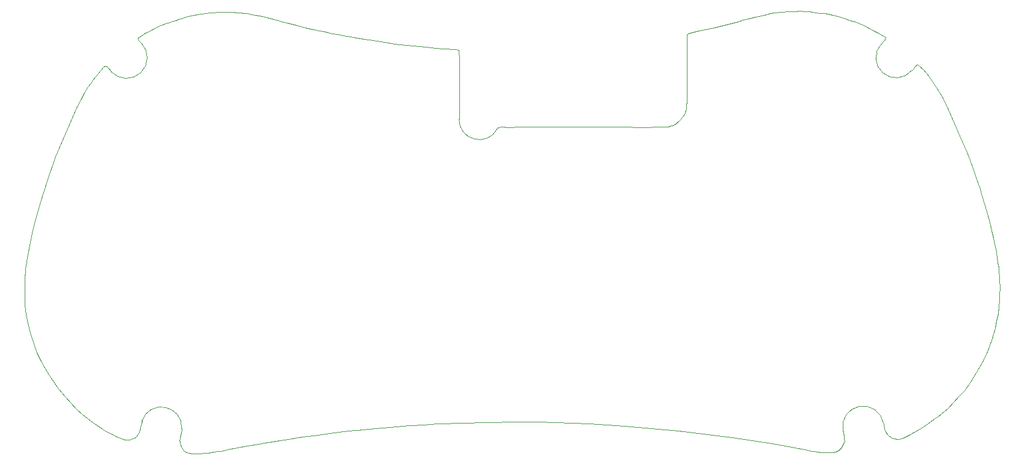
<source format=gbr>
%TF.GenerationSoftware,KiCad,Pcbnew,(6.0.0)*%
%TF.CreationDate,2022-04-27T05:59:19+02:00*%
%TF.ProjectId,Vectrex Pad miniNeoGeo-rounded,56656374-7265-4782-9050-6164206d696e,1.1*%
%TF.SameCoordinates,Original*%
%TF.FileFunction,Profile,NP*%
%FSLAX46Y46*%
G04 Gerber Fmt 4.6, Leading zero omitted, Abs format (unit mm)*
G04 Created by KiCad (PCBNEW (6.0.0)) date 2022-04-27 05:59:19*
%MOMM*%
%LPD*%
G01*
G04 APERTURE LIST*
%TA.AperFunction,Profile*%
%ADD10C,0.050000*%
%TD*%
G04 APERTURE END LIST*
D10*
X101328220Y-105288080D02*
X101257100Y-105577640D01*
X145950242Y-62675900D02*
X145948400Y-61262260D01*
X205354112Y-52068496D02*
X205526640Y-51854100D01*
X199931020Y-106558080D02*
X199991980Y-106885740D01*
X209633820Y-55834280D02*
X209788760Y-55620920D01*
X210276440Y-55059580D02*
X210317080Y-55031640D01*
X145948400Y-61262260D02*
X145958560Y-59326780D01*
X206004160Y-106855260D02*
X205933040Y-106733340D01*
X151996140Y-63814960D02*
X151731980Y-63817500D01*
X195689220Y-47614840D02*
X195219320Y-47561500D01*
X94155260Y-57569100D02*
X94462600Y-57150000D01*
X100566220Y-107403900D02*
X100401120Y-107551220D01*
X117302280Y-48023780D02*
X116702840Y-47917100D01*
X184350660Y-107589320D02*
X176784000Y-106641900D01*
X157175200Y-105379520D02*
X154251660Y-105379520D01*
X206806800Y-107602020D02*
X206728060Y-107563920D01*
X101193600Y-105849420D02*
X101140260Y-106126280D01*
X108701840Y-48008540D02*
X108120180Y-48140620D01*
X85991700Y-78359000D02*
X86408260Y-76702920D01*
X207243680Y-107741720D02*
X207139540Y-107716320D01*
X174421800Y-63797180D02*
X171632880Y-63822580D01*
X214721440Y-61315600D02*
X215582500Y-63266320D01*
X221490540Y-81424780D02*
X221627700Y-82240120D01*
X145925540Y-53032660D02*
X145923000Y-53004720D01*
X96062800Y-55227220D02*
X96100900Y-55211980D01*
X92105480Y-103538020D02*
X90500200Y-101790500D01*
X92783660Y-59799220D02*
X93035120Y-59319160D01*
X123263660Y-107579160D02*
X121968260Y-107777280D01*
X199049640Y-109489240D02*
X198904860Y-109545120D01*
X108605320Y-109855000D02*
X108430060Y-109844840D01*
X205933040Y-106733340D02*
X205887320Y-106652060D01*
X97017675Y-56016927D02*
G75*
G03*
X101277420Y-51998880I2151545J1986047D01*
G01*
X131351020Y-106547920D02*
X130340100Y-106652060D01*
X181797960Y-49806860D02*
X179656740Y-50271680D01*
X200126600Y-108193840D02*
X200098660Y-108267500D01*
X116105940Y-108745020D02*
X114706400Y-109006640D01*
X118922800Y-48379380D02*
X118272560Y-48224440D01*
X87619840Y-97706180D02*
X87058500Y-96621600D01*
X175917860Y-63576200D02*
X175729900Y-63647320D01*
X176519840Y-63258700D02*
X176415700Y-63329820D01*
X107002580Y-109095540D02*
X106898440Y-108872020D01*
X210075780Y-55239920D02*
X210215480Y-55100220D01*
X120716040Y-107985560D02*
X119250460Y-108209080D01*
X111968280Y-109534960D02*
X111506000Y-109603540D01*
X193934080Y-47467520D02*
X193784220Y-47467520D01*
X214617300Y-103449120D02*
X213311740Y-104559100D01*
X177960020Y-50797460D02*
X177960020Y-50810160D01*
X199951340Y-108574840D02*
X199849740Y-108772960D01*
X96337120Y-55234840D02*
X96365060Y-55250080D01*
X145930620Y-53167280D02*
X145925540Y-53032660D01*
X106939080Y-106408220D02*
X106941620Y-106354880D01*
X216209880Y-101780340D02*
X215513920Y-102539800D01*
X114706400Y-109006640D02*
X113372900Y-109253020D01*
X85280500Y-81795620D02*
X85564980Y-80474820D01*
X107444540Y-109540040D02*
X107236260Y-109418120D01*
X101272340Y-50934620D02*
X100949760Y-51127660D01*
X177962560Y-50787300D02*
X177960020Y-50797460D01*
X206143860Y-107073700D02*
X206098140Y-107010200D01*
X152956260Y-63820040D02*
X152613360Y-63820040D01*
X205770480Y-106296460D02*
X205729840Y-106088180D01*
X221274640Y-80322420D02*
X221490540Y-81424780D01*
X86136480Y-94361000D02*
X85689440Y-93037660D01*
X142687040Y-52661820D02*
X141274800Y-52544980D01*
X154111960Y-63817500D02*
X153781760Y-63817500D01*
X93035120Y-59319160D02*
X93273880Y-58925460D01*
X207843120Y-107777280D02*
X207777080Y-107784900D01*
X175016160Y-63776860D02*
X174812960Y-63787020D01*
X111005620Y-109667040D02*
X110665260Y-109710220D01*
X126702820Y-107091480D02*
X125534420Y-107279440D01*
X108747560Y-109857540D02*
X108605320Y-109855000D01*
X192471040Y-47515780D02*
X191952880Y-47543720D01*
X187645040Y-48290480D02*
X186646820Y-48534320D01*
X210431380Y-55006240D02*
X210454240Y-55011320D01*
X120462040Y-48768000D02*
X119893080Y-48618140D01*
X177965100Y-50779680D02*
X177962560Y-50787300D01*
X178054000Y-50698400D02*
X178031140Y-50713640D01*
X105648760Y-48900080D02*
X105252520Y-49049940D01*
X102656640Y-50124360D02*
X102359460Y-50274220D01*
X145915380Y-52976780D02*
X145907760Y-52959000D01*
X132364480Y-106436160D02*
X132148580Y-106476800D01*
X110665260Y-109710220D02*
X110332520Y-109748320D01*
X106674920Y-108115100D02*
X106657140Y-107944920D01*
X94462600Y-57150000D02*
X94757240Y-56746140D01*
X164421820Y-63789560D02*
X159049720Y-63804800D01*
X200144380Y-108074460D02*
X200144380Y-108112560D01*
X204937360Y-50548540D02*
X204426820Y-50274220D01*
X100804980Y-51455320D02*
X100820220Y-51508660D01*
X177601880Y-62059820D02*
X177477420Y-62263020D01*
X166723060Y-63792100D02*
X164421820Y-63789560D01*
X221830900Y-83538060D02*
X221863920Y-83995260D01*
X100873560Y-107007660D02*
X100728780Y-107200700D01*
X96301560Y-55222140D02*
X96337120Y-55234840D01*
X221543880Y-91089480D02*
X221300040Y-92166440D01*
X212234780Y-105351580D02*
X211241640Y-106022140D01*
X209260440Y-107182920D02*
X208513680Y-107548680D01*
X124551440Y-107391200D02*
X123954540Y-107457240D01*
X106657140Y-107944920D02*
X106672380Y-107746800D01*
X176784000Y-106641900D02*
X169169080Y-105943400D01*
X198041260Y-109659420D02*
X197322440Y-109651800D01*
X119593360Y-48549560D02*
X118922800Y-48379380D01*
X106753660Y-107325160D02*
X106812080Y-107137200D01*
X99656900Y-107856020D02*
X99509580Y-107873800D01*
X106812080Y-107137200D02*
X106857800Y-106921300D01*
X207322420Y-107756960D02*
X207243680Y-107741720D01*
X103969820Y-49496980D02*
X103398320Y-49753520D01*
X128940560Y-50777140D02*
X128130300Y-50612040D01*
X151389080Y-63947040D02*
X151366220Y-63987680D01*
X151638000Y-63822580D02*
X151546560Y-63827660D01*
X101010720Y-51719480D02*
X101117400Y-51818540D01*
X199514460Y-109197140D02*
X199405240Y-109286040D01*
X176415700Y-63329820D02*
X176242980Y-63428880D01*
X197322440Y-109651800D02*
X196905880Y-109628940D01*
X85338920Y-91798140D02*
X85059520Y-90307160D01*
X169169080Y-105943400D02*
X164259260Y-105628440D01*
X96365060Y-55250080D02*
X96390460Y-55270400D01*
X219506800Y-73530460D02*
X219811600Y-74615040D01*
X99509580Y-107873800D02*
X99369880Y-107886500D01*
X210403440Y-55003700D02*
X210431380Y-55006240D01*
X190243460Y-47731680D02*
X189760860Y-47807880D01*
X200098660Y-107431840D02*
X200118980Y-107614720D01*
X96390460Y-55270400D02*
X96423480Y-55305960D01*
X145813780Y-52915820D02*
X145752820Y-52910740D01*
X143649700Y-52745640D02*
X142687040Y-52661820D01*
X100822760Y-51236880D02*
X100810060Y-51264820D01*
X205354112Y-52068496D02*
G75*
G03*
X209633820Y-55834280I2069908J-1962384D01*
G01*
X113520220Y-47614840D02*
X113030000Y-47602140D01*
X86586060Y-95600520D02*
X86136480Y-94361000D01*
X194505580Y-47500540D02*
X194332860Y-47485300D01*
X207139540Y-107716320D02*
X207017620Y-107680760D01*
X205671420Y-105737660D02*
X205646020Y-105618280D01*
X106893360Y-106735880D02*
X106916220Y-106580940D01*
X113030000Y-47602140D02*
X112481360Y-47594520D01*
X176784000Y-63042800D02*
X176677320Y-63139320D01*
X221993460Y-86377780D02*
X221965520Y-87492840D01*
X107236260Y-109418120D02*
X107165140Y-109359700D01*
X217327480Y-67299840D02*
X217754200Y-68404740D01*
X100401120Y-107551220D02*
X100241100Y-107655360D01*
X122455940Y-49303940D02*
X121795540Y-49133760D01*
X92163900Y-61071760D02*
X92783660Y-59799220D01*
X190540640Y-47678340D02*
X190243460Y-47731680D01*
X145958560Y-59326780D02*
X145968720Y-56024780D01*
X205955900Y-51198780D02*
X205943200Y-51188620D01*
X87952580Y-71432420D02*
X89202260Y-67896740D01*
X164259260Y-105628440D02*
X157175200Y-105379520D01*
X84848700Y-86245700D02*
X84894420Y-84973160D01*
X217754200Y-68404740D02*
X218188540Y-69583300D01*
X106687620Y-107637580D02*
X106718100Y-107444540D01*
X100843080Y-51554380D02*
X100896420Y-51610260D01*
X205971140Y-51221640D02*
X205968600Y-51214020D01*
X205694280Y-105857040D02*
X205671420Y-105737660D01*
X109661960Y-47851060D02*
X109113320Y-47922180D01*
X100810060Y-51264820D02*
X100804980Y-51297840D01*
X196905880Y-109628940D02*
X196326760Y-109585760D01*
X101965760Y-50492660D02*
X101798120Y-50591720D01*
X152290780Y-63817500D02*
X151996140Y-63814960D01*
X87028020Y-74394060D02*
X87952580Y-71432420D01*
X116702840Y-47917100D02*
X116210080Y-47815500D01*
X207705960Y-107787440D02*
X207609440Y-107784900D01*
X107165140Y-109359700D02*
X107096560Y-109270800D01*
X177700940Y-61854080D02*
X177601880Y-62059820D01*
X189153800Y-47922180D02*
X188805820Y-47993300D01*
X151406860Y-63919100D02*
X151389080Y-63947040D01*
X209788760Y-55620920D02*
X210075780Y-55239920D01*
X108087160Y-109788960D02*
X107845860Y-109717840D01*
X178973480Y-50431700D02*
X178351180Y-50591720D01*
X101109780Y-106347260D02*
X101048820Y-106545380D01*
X177477420Y-62263020D02*
X177342800Y-62453520D01*
X106718100Y-107444540D02*
X106753660Y-107325160D01*
X198490840Y-48033940D02*
X197802500Y-47891700D01*
X110858300Y-47696120D02*
X110444280Y-47746920D01*
X131869180Y-106512360D02*
X131351020Y-106547920D01*
X138518900Y-52240180D02*
X137728960Y-52153820D01*
X200144380Y-108112560D02*
X200126600Y-108193840D01*
X93766640Y-58143140D02*
X94155260Y-57569100D01*
X123156980Y-49489360D02*
X122455940Y-49303940D01*
X205943200Y-51188620D02*
X205927960Y-51175920D01*
X220822520Y-78414880D02*
X221076520Y-79474060D01*
X177990500Y-50741580D02*
X177980340Y-50751740D01*
X221965520Y-87492840D02*
X221955360Y-88282780D01*
X94757240Y-56746140D02*
X94904560Y-56555640D01*
X145923000Y-53004720D02*
X145915380Y-52976780D01*
X112481360Y-47594520D02*
X111963200Y-47609760D01*
X121968260Y-107777280D02*
X120716040Y-107985560D01*
X186646820Y-48534320D02*
X185887360Y-48724820D01*
X133261100Y-51528980D02*
X132605780Y-51427380D01*
X205526640Y-51854100D02*
X205676500Y-51676300D01*
X205836520Y-106542840D02*
X205800960Y-106433620D01*
X87058500Y-96621600D02*
X86586060Y-95600520D01*
X178018440Y-50721260D02*
X178005740Y-50731420D01*
X177827940Y-61470540D02*
X177769520Y-61673740D01*
X189903100Y-108427520D02*
X184350660Y-107589320D01*
X93273880Y-58925460D02*
X93766640Y-58143140D01*
X177960020Y-50960020D02*
X177949860Y-60355480D01*
X100855780Y-51201320D02*
X100822760Y-51236880D01*
X211241640Y-106022140D02*
X210441540Y-106507280D01*
X100799900Y-51363880D02*
X100804980Y-51455320D01*
X97840800Y-107454700D02*
X97043240Y-107076240D01*
X126814580Y-50352960D02*
X126230380Y-50203100D01*
X206583280Y-107472480D02*
X206441040Y-107360720D01*
X89202260Y-67896740D02*
X92163900Y-61071760D01*
X221889320Y-89070180D02*
X221739460Y-90096340D01*
X208206340Y-107685840D02*
X208112360Y-107708700D01*
X117762020Y-48120300D02*
X117302280Y-48023780D01*
X107845860Y-109717840D02*
X107642660Y-109634020D01*
X213022180Y-58196480D02*
X213852760Y-59580780D01*
X191543940Y-47581820D02*
X191074040Y-47609760D01*
X207609440Y-107784900D02*
X207502760Y-107779820D01*
X85689440Y-93037660D02*
X85338920Y-91798140D01*
X199227440Y-109397800D02*
X199049640Y-109489240D01*
X100241100Y-107655360D02*
X100007420Y-107756960D01*
X177878740Y-61259720D02*
X177827940Y-61470540D01*
X177949860Y-60355480D02*
X177947320Y-60596780D01*
X207906620Y-107764580D02*
X207843120Y-107777280D01*
X200129140Y-107805220D02*
X200141840Y-108016040D01*
X110332520Y-109748320D02*
X109956600Y-109783880D01*
X145895060Y-52943760D02*
X145877280Y-52933600D01*
X90500200Y-101790500D02*
X89631520Y-100708460D01*
X101117400Y-51818540D02*
X101277420Y-51998880D01*
X195793360Y-109522260D02*
X195516500Y-109474000D01*
X206910940Y-107645200D02*
X206806800Y-107602020D01*
X127779780Y-106967020D02*
X126702820Y-107091480D01*
X103398320Y-49753520D02*
X102989380Y-49936400D01*
X176242980Y-63428880D02*
X176103280Y-63500000D01*
X106697780Y-108275120D02*
X106674920Y-108115100D01*
X126230380Y-50203100D02*
X125519180Y-50045620D01*
X179656740Y-50271680D02*
X178973480Y-50431700D01*
X106857800Y-106921300D02*
X106893360Y-106735880D01*
X140385800Y-52440840D02*
X139458700Y-52344320D01*
X215582500Y-63266320D02*
X216385140Y-65029080D01*
X206654400Y-107520740D02*
X206583280Y-107472480D01*
X130213100Y-50990500D02*
X129542540Y-50871120D01*
X100896420Y-51610260D02*
X101010720Y-51719480D01*
X221627700Y-82240120D02*
X221719140Y-82842100D01*
X106796840Y-108600240D02*
X106740960Y-108468160D01*
X145950243Y-62675900D02*
G75*
G03*
X151366220Y-63987680I2850577J-67180D01*
G01*
X145940780Y-53385720D02*
X145930620Y-53167280D01*
X123708160Y-49631600D02*
X123156980Y-49489360D01*
X135478520Y-51856640D02*
X134388860Y-51696620D01*
X151462740Y-63858140D02*
X151444960Y-63873380D01*
X212821520Y-104940100D02*
X212234780Y-105351580D01*
X175193960Y-63764160D02*
X175016160Y-63776860D01*
X178351180Y-50591720D02*
X178145440Y-50660300D01*
X107020360Y-48417480D02*
X106481880Y-48602900D01*
X109359700Y-109824520D02*
X109057440Y-109844840D01*
X84963000Y-83708240D02*
X84985860Y-83433920D01*
X177967640Y-50769520D02*
X177965100Y-50779680D01*
X198445120Y-109654340D02*
X198041260Y-109659420D01*
X210317080Y-55031640D02*
X210352640Y-55016400D01*
X221300040Y-92166440D02*
X220809820Y-93822520D01*
X188028580Y-48183800D02*
X187645040Y-48290480D01*
X152613360Y-63820040D02*
X152290780Y-63817500D01*
X205968600Y-51239420D02*
X205971140Y-51231800D01*
X207990440Y-107739180D02*
X207906620Y-107764580D01*
X97043240Y-107076240D02*
X96319340Y-106669840D01*
X205676500Y-51676300D02*
X205925420Y-51318160D01*
X153509980Y-63820040D02*
X153195020Y-63820040D01*
X132605780Y-51427380D02*
X131569460Y-51249580D01*
X210593940Y-55105300D02*
X211226400Y-55763160D01*
X100728780Y-107200700D02*
X100566220Y-107403900D01*
X220129100Y-75755500D02*
X220535500Y-77251560D01*
X205925420Y-51318160D02*
X205945740Y-51287680D01*
X137728960Y-52153820D02*
X136875520Y-52064920D01*
X200220580Y-48511460D02*
X199250300Y-48216820D01*
X207416400Y-107772200D02*
X207322420Y-107756960D01*
X210532980Y-55054500D02*
X210593940Y-55105300D01*
X111351060Y-47652940D02*
X110858300Y-47696120D01*
X86408260Y-76702920D02*
X87028020Y-74394060D01*
X145752820Y-52910740D02*
X145478500Y-52882800D01*
X218742260Y-71163180D02*
X219123260Y-72275700D01*
X95948500Y-55338980D02*
X96009460Y-55272940D01*
X205729840Y-106088180D02*
X205694280Y-105857040D01*
X205468220Y-50876200D02*
X204937360Y-50548540D01*
X145834100Y-52918360D02*
X145813780Y-52915820D01*
X146558000Y-105506520D02*
X142890240Y-105641140D01*
X96319340Y-106669840D02*
X96022160Y-106499660D01*
X153781760Y-63817500D02*
X153509980Y-63820040D01*
X138953240Y-105890060D02*
X132364480Y-106436160D01*
X221802960Y-83314540D02*
X221830900Y-83538060D01*
X189428120Y-47871380D02*
X189153800Y-47922180D01*
X100820220Y-51508660D02*
X100843080Y-51554380D01*
X199849740Y-108772960D02*
X199737980Y-108938060D01*
X193784220Y-47467520D02*
X193291460Y-47482760D01*
X140962380Y-105740200D02*
X138953240Y-105890060D01*
X221904560Y-84841080D02*
X221945200Y-85448140D01*
X134388860Y-51696620D02*
X133261100Y-51528980D01*
X211990940Y-56700420D02*
X213022180Y-58196480D01*
X177769520Y-61673740D02*
X177700940Y-61854080D01*
X101633020Y-50680620D02*
X101439980Y-50810160D01*
X197802500Y-47891700D02*
X197258940Y-47812960D01*
X106481880Y-48602900D02*
X106070400Y-48762920D01*
X151480520Y-63847980D02*
X151462740Y-63858140D01*
X116210080Y-47815500D02*
X115643660Y-47752000D01*
X205927960Y-51175920D02*
X205468220Y-50876200D01*
X109113320Y-47922180D02*
X108701840Y-48008540D01*
X213311740Y-104559100D02*
X212821520Y-104940100D01*
X177114200Y-62715140D02*
X176908460Y-62920880D01*
X145478500Y-52882800D02*
X144947640Y-52842160D01*
X132148580Y-106476800D02*
X131869180Y-106512360D01*
X145950940Y-54358540D02*
X145953480Y-53926740D01*
X151516080Y-63832740D02*
X151498300Y-63840360D01*
X205966060Y-51252120D02*
X205968600Y-51239420D01*
X125519180Y-50045620D02*
X124947680Y-49938940D01*
X185211720Y-48950880D02*
X181797960Y-49806860D01*
X195516500Y-109474000D02*
X194909440Y-109336840D01*
X177960020Y-50810160D02*
X177960020Y-50830480D01*
X216385140Y-65029080D02*
X217327480Y-67299840D01*
X128130300Y-50612040D02*
X127502920Y-50497740D01*
X190919100Y-47617380D02*
X190540640Y-47678340D01*
X96100900Y-55211980D02*
X96164400Y-55209440D01*
X85564980Y-80474820D02*
X85991700Y-78359000D01*
X221945200Y-85448140D02*
X221993460Y-86377780D01*
X198760080Y-109593380D02*
X198579740Y-109636560D01*
X100949760Y-51127660D02*
X100855780Y-51201320D01*
X221955360Y-88282780D02*
X221889320Y-89070180D01*
X200118980Y-107614720D02*
X200129140Y-107805220D01*
X107048300Y-109189520D02*
X107002580Y-109095540D01*
X112417860Y-109456220D02*
X111968280Y-109534960D01*
X108120180Y-48140620D02*
X107538520Y-48265080D01*
X109956600Y-109783880D02*
X109649260Y-109811820D01*
X175371760Y-63738760D02*
X175193960Y-63764160D01*
X177916840Y-61028580D02*
X177878740Y-61259720D01*
X205960980Y-51262280D02*
X205966060Y-51252120D01*
X208513680Y-107548680D02*
X208394300Y-107607100D01*
X108224320Y-109814360D02*
X108087160Y-109788960D01*
X175729900Y-63647320D02*
X175541940Y-63700660D01*
X96227900Y-55209440D02*
X96268540Y-55211980D01*
X101439980Y-50810160D02*
X101272340Y-50934620D01*
X100007420Y-107756960D02*
X99781360Y-107835700D01*
X94904560Y-56555640D02*
X95102680Y-56296560D01*
X106926380Y-106519980D02*
X106934000Y-106451400D01*
X205628702Y-105536349D02*
G75*
G03*
X199931020Y-106558080I-2852882J-488331D01*
G01*
X205646020Y-105618280D02*
X205628702Y-105536349D01*
X118272560Y-48224440D02*
X117762020Y-48120300D01*
X154251660Y-105379520D02*
X149550120Y-105427780D01*
X115643660Y-47752000D02*
X115148360Y-47718980D01*
X196088000Y-47668180D02*
X195689220Y-47614840D01*
X96164400Y-55209440D02*
X96227900Y-55209440D01*
X221863920Y-83995260D02*
X221904560Y-84841080D01*
X210454240Y-55011320D02*
X210477100Y-55021480D01*
X199991980Y-106885740D02*
X200022460Y-107078780D01*
X210441540Y-106507280D02*
X209260440Y-107182920D01*
X215513920Y-102539800D02*
X214617300Y-103449120D01*
X207777080Y-107784900D02*
X207705960Y-107787440D01*
X127502920Y-50497740D02*
X126814580Y-50352960D01*
X171632880Y-63822580D02*
X169092880Y-63794640D01*
X84841080Y-87701120D02*
X84848700Y-86245700D01*
X177980340Y-50751740D02*
X177972720Y-50759360D01*
X107538520Y-48265080D02*
X107020360Y-48417480D01*
X96022160Y-106499660D02*
X94449900Y-105427780D01*
X92999560Y-104360980D02*
X92105480Y-103538020D01*
X119250460Y-108209080D02*
X118564660Y-108331000D01*
X109649260Y-109811820D02*
X109359700Y-109824520D01*
X205945740Y-51287680D02*
X205960980Y-51262280D01*
X100952300Y-106809540D02*
X100873560Y-107007660D01*
X185887360Y-48724820D02*
X185211720Y-48950880D01*
X101140260Y-106126280D02*
X101109780Y-106347260D01*
X111506000Y-109603540D02*
X111005620Y-109667040D01*
X114129820Y-47637700D02*
X113520220Y-47614840D01*
X174812960Y-63787020D02*
X174421800Y-63797180D01*
X206441040Y-107360720D02*
X206324200Y-107261660D01*
X208290160Y-107655360D02*
X208206340Y-107685840D01*
X211226400Y-55763160D02*
X211990940Y-56700420D01*
X84894420Y-84973160D02*
X84927440Y-84226400D01*
X207017620Y-107680760D02*
X206910940Y-107645200D01*
X219560140Y-96857820D02*
X218739720Y-98353880D01*
X104627680Y-49248060D02*
X103969820Y-49496980D01*
X106070400Y-48762920D02*
X105648760Y-48900080D01*
X199250300Y-48216820D02*
X198490840Y-48033940D01*
X114632740Y-47663100D02*
X114129820Y-47637700D01*
X141274800Y-52544980D02*
X140385800Y-52440840D01*
X123954540Y-107457240D02*
X123263660Y-107579160D01*
X198579740Y-109636560D02*
X198445120Y-109654340D01*
X176908460Y-62920880D02*
X176784000Y-63042800D01*
X206098140Y-107010200D02*
X206004160Y-106855260D01*
X131053840Y-51142900D02*
X130213100Y-50990500D01*
X84927440Y-84226400D02*
X84963000Y-83708240D01*
X178145440Y-50660300D02*
X178054000Y-50698400D01*
X192755520Y-108943140D02*
X189903100Y-108427520D01*
X149550120Y-105427780D02*
X146558000Y-105506520D01*
X95102680Y-56296560D02*
X95948500Y-55338980D01*
X177960020Y-50830480D02*
X177960020Y-50960020D01*
X202877420Y-49507140D02*
X201612500Y-48986440D01*
X105252520Y-49049940D02*
X104627680Y-49248060D01*
X151731980Y-63817500D02*
X151638000Y-63822580D01*
X106916220Y-106580940D02*
X106926380Y-106519980D01*
X121795540Y-49133760D02*
X121013220Y-48922940D01*
X198904860Y-109545120D02*
X198760080Y-109593380D01*
X205968600Y-51214020D02*
X205960980Y-51203860D01*
X110444280Y-47746920D02*
X109661960Y-47851060D01*
X194909440Y-109336840D02*
X192755520Y-108943140D01*
X111963200Y-47609760D02*
X111351060Y-47652940D01*
X96423480Y-55305960D02*
X97017675Y-56016927D01*
X109057440Y-109844840D02*
X108747560Y-109857540D01*
X106934000Y-106451400D02*
X106939080Y-106408220D01*
X194086480Y-47475140D02*
X193934080Y-47467520D01*
X142890240Y-105641140D02*
X140962380Y-105740200D01*
X169092880Y-63794640D02*
X166723060Y-63792100D01*
X217825320Y-99814380D02*
X217004900Y-100904040D01*
X210375500Y-55006240D02*
X210403440Y-55003700D01*
X85059520Y-90307160D02*
X84889340Y-88877140D01*
X193291460Y-47482760D02*
X192471040Y-47515780D01*
X204426820Y-50274220D02*
X203512420Y-49817020D01*
X107096560Y-109270800D02*
X107048300Y-109189520D01*
X101798120Y-50591720D02*
X101633020Y-50680620D01*
X129542540Y-50871120D02*
X128940560Y-50777140D01*
X101048820Y-106545380D02*
X100952300Y-106809540D01*
X151546560Y-63827660D02*
X151516080Y-63832740D01*
X84985860Y-83433920D02*
X85105240Y-82641440D01*
X210352640Y-55016400D02*
X210375500Y-55006240D01*
X119893080Y-48618140D02*
X119593360Y-48549560D01*
X203512420Y-49817020D02*
X202877420Y-49507140D01*
X100804980Y-51297840D02*
X100799900Y-51363880D01*
X117754400Y-108470700D02*
X116105940Y-108745020D01*
X199737980Y-108938060D02*
X199651620Y-109057440D01*
X219123260Y-72275700D02*
X219506800Y-73530460D01*
X220809820Y-93822520D02*
X220205300Y-95420180D01*
X189760860Y-47807880D02*
X189428120Y-47871380D01*
X125534420Y-107279440D02*
X124551440Y-107391200D01*
X89631520Y-100708460D02*
X88315800Y-98823780D01*
X106941620Y-106354880D02*
X106942835Y-106312694D01*
X178031140Y-50713640D02*
X178018440Y-50721260D01*
X191952880Y-47543720D02*
X191543940Y-47581820D01*
X200065640Y-107226100D02*
X200098660Y-107431840D01*
X176677320Y-63139320D02*
X176519840Y-63258700D01*
X218188540Y-69583300D02*
X218742260Y-71163180D01*
X177947320Y-60596780D02*
X177942240Y-60827920D01*
X85105240Y-82641440D02*
X85280500Y-81795620D01*
X113372900Y-109253020D02*
X112417860Y-109456220D01*
X208394300Y-107607100D02*
X208290160Y-107655360D01*
X131569460Y-51249580D02*
X131053840Y-51142900D01*
X221719140Y-82842100D02*
X221802960Y-83314540D01*
X205887320Y-106652060D02*
X205836520Y-106542840D01*
X205971140Y-51231800D02*
X205971140Y-51221640D01*
X106672380Y-107746800D02*
X106687620Y-107637580D01*
X221076520Y-79474060D02*
X221274640Y-80322420D01*
X96009460Y-55272940D02*
X96062800Y-55227220D01*
X176103280Y-63500000D02*
X175917860Y-63576200D01*
X102989380Y-49936400D02*
X102656640Y-50124360D01*
X208112360Y-107708700D02*
X207990440Y-107739180D01*
X221739460Y-90096340D02*
X221543880Y-91089480D01*
X151444960Y-63873380D02*
X151424640Y-63893700D01*
X200959720Y-48762920D02*
X200220580Y-48511460D01*
X210507580Y-55036720D02*
X210532980Y-55054500D01*
X199405240Y-109286040D02*
X199227440Y-109397800D01*
X200098660Y-108267500D02*
X200030080Y-108404660D01*
X99174300Y-107873800D02*
X98948240Y-107853480D01*
X194332860Y-47485300D02*
X194086480Y-47475140D01*
X98948240Y-107853480D02*
X98727260Y-107805220D01*
X177972720Y-50759360D02*
X177967640Y-50769520D01*
X207502760Y-107779820D02*
X207416400Y-107772200D01*
X210215480Y-55100220D02*
X210276440Y-55059580D01*
X106942835Y-106312694D02*
G75*
G03*
X101328220Y-105288080I-2871415J161014D01*
G01*
X196326760Y-109585760D02*
X195793360Y-109522260D01*
X96268540Y-55211980D02*
X96301560Y-55222140D01*
X154508200Y-63817500D02*
X154111960Y-63817500D01*
X191074040Y-47609760D02*
X190919100Y-47617380D01*
X106898440Y-108872020D02*
X106796840Y-108600240D01*
X199651620Y-109057440D02*
X199514460Y-109197140D01*
X205960980Y-51203860D02*
X205955900Y-51198780D01*
X118564660Y-108331000D02*
X117754400Y-108470700D01*
X108430060Y-109844840D02*
X108224320Y-109814360D01*
X200022460Y-107078780D02*
X200065640Y-107226100D01*
X205800960Y-106433620D02*
X205770480Y-106296460D01*
X99369880Y-107886500D02*
X99174300Y-107873800D01*
X213852760Y-59580780D02*
X214721440Y-61315600D01*
X84889340Y-88877140D02*
X84841080Y-87701120D01*
X144307560Y-52791360D02*
X143649700Y-52745640D01*
X153195020Y-63820040D02*
X152956260Y-63820040D01*
X136875520Y-52064920D02*
X135478520Y-51856640D01*
X195219320Y-47561500D02*
X194505580Y-47500540D01*
X220205300Y-95420180D02*
X219560140Y-96857820D01*
X145968720Y-56024780D02*
X145950940Y-54358540D01*
X130340100Y-106652060D02*
X127779780Y-106967020D01*
X159049720Y-63804800D02*
X154508200Y-63817500D01*
X145877280Y-52933600D02*
X145856960Y-52925980D01*
X200141840Y-108016040D02*
X200144380Y-108074460D01*
X196794120Y-47754540D02*
X196088000Y-47668180D01*
X124947680Y-49938940D02*
X124277120Y-49776380D01*
X139458700Y-52344320D02*
X138518900Y-52240180D01*
X200030080Y-108404660D02*
X199951340Y-108574840D01*
X107642660Y-109634020D02*
X107444540Y-109540040D01*
X151424640Y-63893700D02*
X151406860Y-63919100D01*
X144947640Y-52842160D02*
X144307560Y-52791360D01*
X178005740Y-50731420D02*
X177990500Y-50741580D01*
X99781360Y-107835700D02*
X99656900Y-107856020D01*
X206728060Y-107563920D02*
X206654400Y-107520740D01*
X145856960Y-52925980D02*
X145834100Y-52918360D01*
X106740960Y-108468160D02*
X106697780Y-108275120D01*
X124277120Y-49776380D02*
X123708160Y-49631600D01*
X175541940Y-63700660D02*
X175371760Y-63738760D01*
X102359460Y-50274220D02*
X101965760Y-50492660D01*
X121013220Y-48922940D02*
X120462040Y-48768000D01*
X98727260Y-107805220D02*
X97840800Y-107454700D01*
X206220060Y-107160060D02*
X206143860Y-107073700D01*
X151498300Y-63840360D02*
X151480520Y-63847980D01*
X101257100Y-105577640D02*
X101193600Y-105849420D01*
X206324200Y-107261660D02*
X206220060Y-107160060D01*
X219811600Y-74615040D02*
X220129100Y-75755500D01*
X145953480Y-53926740D02*
X145940780Y-53385720D01*
X197258940Y-47812960D02*
X196794120Y-47754540D01*
X177942240Y-60827920D02*
X177916840Y-61028580D01*
X88315800Y-98823780D02*
X87619840Y-97706180D01*
X201612500Y-48986440D02*
X200959720Y-48762920D01*
X210477100Y-55021480D02*
X210507580Y-55036720D01*
X220535500Y-77251560D02*
X220822520Y-78414880D01*
X188805820Y-47993300D02*
X188028580Y-48183800D01*
X177342800Y-62453520D02*
X177114200Y-62715140D01*
X94449900Y-105427780D02*
X92999560Y-104360980D01*
X115148360Y-47718980D02*
X114632740Y-47663100D01*
X217004900Y-100904040D02*
X216209880Y-101780340D01*
X218739720Y-98353880D02*
X217825320Y-99814380D01*
X145907760Y-52959000D02*
X145895060Y-52943760D01*
M02*

</source>
